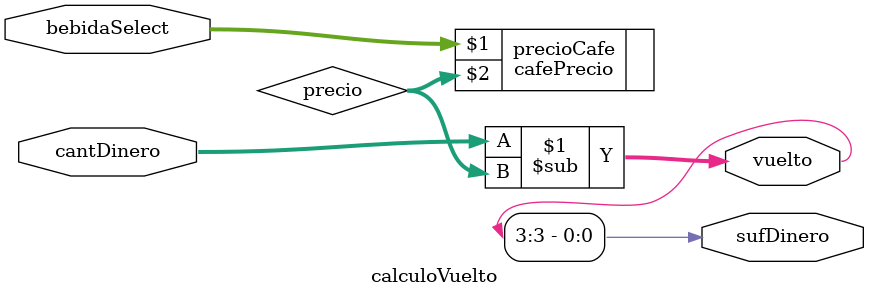
<source format=sv>
module calculoVuelto (	
	input logic [3:0] cantDinero,
	input logic [3:0] bebidaSelect,
	output logic sufDinero,
	output logic [3:0] vuelto);
	
	logic [3:0] precio;
	
	
	cafePrecio precioCafe(bebidaSelect, precio);
	
	assign vuelto = cantDinero - precio;
	assign sufDinero = vuelto[3];
	
//	logic [3:0] selecBebida, salCalBebida, sVuelto;
//	logic Cout;
//	mux4 muxBebida(0011,0100,0101,0111,S,selecBebida);
//	assign sVuelto = cantDinero - selecBebida;
//	assign sufDinero = ~sVuelto[3];
//	mux2 muxVuelto(sVuelto,4'b0,~sVuelto[3], vuelto);
	
endmodule



</source>
